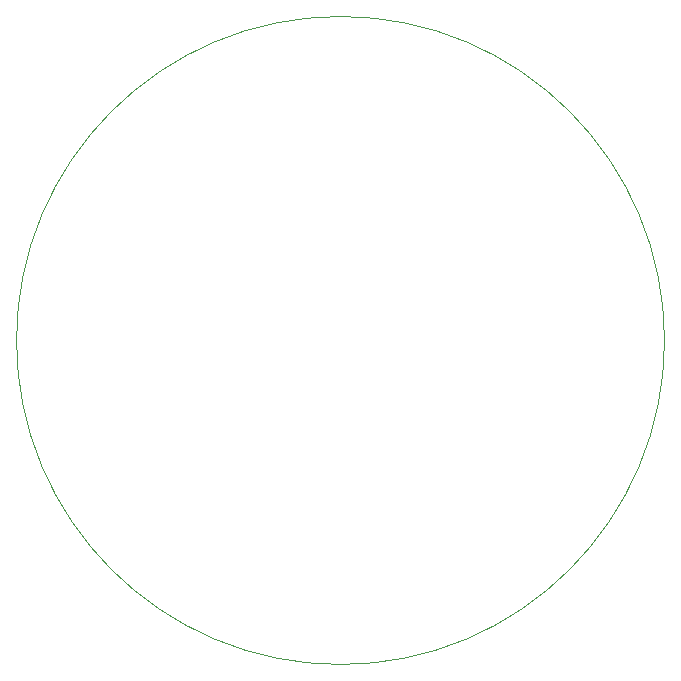
<source format=gbr>
%TF.GenerationSoftware,KiCad,Pcbnew,8.0.6*%
%TF.CreationDate,2025-01-18T20:05:51-05:00*%
%TF.ProjectId,twistedCharlieplex,74776973-7465-4644-9368-61726c696570,rev?*%
%TF.SameCoordinates,Original*%
%TF.FileFunction,Profile,NP*%
%FSLAX46Y46*%
G04 Gerber Fmt 4.6, Leading zero omitted, Abs format (unit mm)*
G04 Created by KiCad (PCBNEW 8.0.6) date 2025-01-18 20:05:51*
%MOMM*%
%LPD*%
G01*
G04 APERTURE LIST*
%TA.AperFunction,Profile*%
%ADD10C,0.050000*%
%TD*%
G04 APERTURE END LIST*
D10*
X27432000Y0D02*
G75*
G02*
X-27432000Y0I-27432000J0D01*
G01*
X-27432000Y0D02*
G75*
G02*
X27432000Y0I27432000J0D01*
G01*
M02*

</source>
